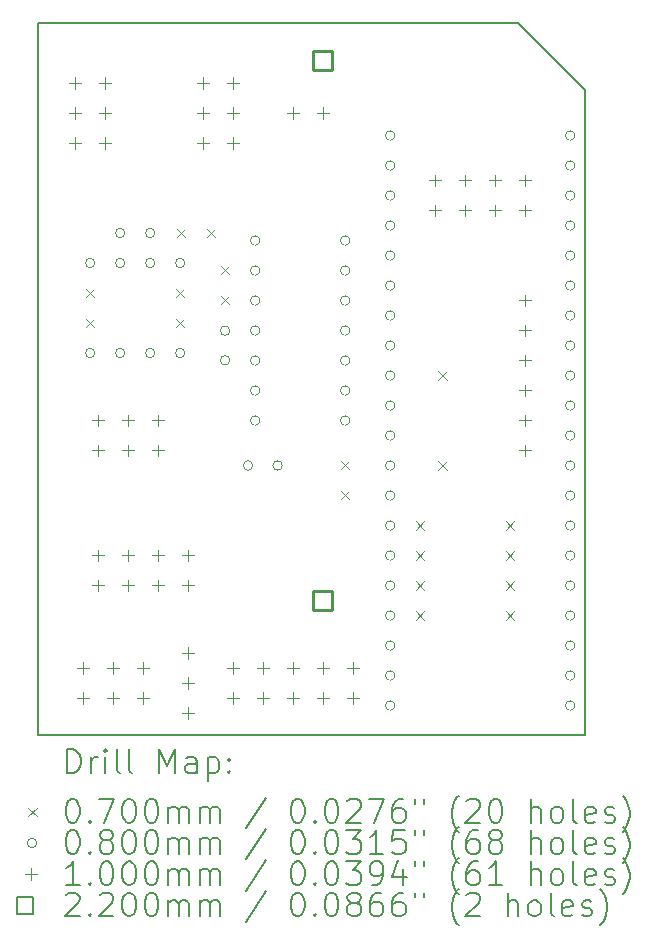
<source format=gbr>
%FSLAX45Y45*%
G04 Gerber Fmt 4.5, Leading zero omitted, Abs format (unit mm)*
G04 Created by KiCad (PCBNEW 6.0.4+dfsg-1+b1) date 2022-04-24 01:07:41*
%MOMM*%
%LPD*%
G01*
G04 APERTURE LIST*
%TA.AperFunction,Profile*%
%ADD10C,0.150000*%
%TD*%
%ADD11C,0.200000*%
%ADD12C,0.070000*%
%ADD13C,0.080000*%
%ADD14C,0.100000*%
%ADD15C,0.220000*%
G04 APERTURE END LIST*
D10*
X6096000Y-1778000D02*
X6096000Y-7239000D01*
X6096000Y-7239000D02*
X1460500Y-7239000D01*
X1460500Y-1206500D02*
X5524500Y-1206500D01*
X5524500Y-1206500D02*
X6096000Y-1778000D01*
X1460500Y-7239000D02*
X1460500Y-1206500D01*
D11*
D12*
X1870000Y-3457500D02*
X1940000Y-3527500D01*
X1940000Y-3457500D02*
X1870000Y-3527500D01*
X1870000Y-3711500D02*
X1940000Y-3781500D01*
X1940000Y-3711500D02*
X1870000Y-3781500D01*
X2632000Y-3457500D02*
X2702000Y-3527500D01*
X2702000Y-3457500D02*
X2632000Y-3527500D01*
X2632000Y-3711500D02*
X2702000Y-3781500D01*
X2702000Y-3711500D02*
X2632000Y-3781500D01*
X2637000Y-2949500D02*
X2707000Y-3019500D01*
X2707000Y-2949500D02*
X2637000Y-3019500D01*
X2891000Y-2949500D02*
X2961000Y-3019500D01*
X2961000Y-2949500D02*
X2891000Y-3019500D01*
X3013000Y-3262000D02*
X3083000Y-3332000D01*
X3083000Y-3262000D02*
X3013000Y-3332000D01*
X3013000Y-3516000D02*
X3083000Y-3586000D01*
X3083000Y-3516000D02*
X3013000Y-3586000D01*
X4029000Y-4913000D02*
X4099000Y-4983000D01*
X4099000Y-4913000D02*
X4029000Y-4983000D01*
X4029000Y-5167000D02*
X4099000Y-5237000D01*
X4099000Y-5167000D02*
X4029000Y-5237000D01*
X4664000Y-5426000D02*
X4734000Y-5496000D01*
X4734000Y-5426000D02*
X4664000Y-5496000D01*
X4664000Y-5680000D02*
X4734000Y-5750000D01*
X4734000Y-5680000D02*
X4664000Y-5750000D01*
X4664000Y-5934000D02*
X4734000Y-6004000D01*
X4734000Y-5934000D02*
X4664000Y-6004000D01*
X4664000Y-6188000D02*
X4734000Y-6258000D01*
X4734000Y-6188000D02*
X4664000Y-6258000D01*
X4854500Y-4156000D02*
X4924500Y-4226000D01*
X4924500Y-4156000D02*
X4854500Y-4226000D01*
X4854500Y-4918000D02*
X4924500Y-4988000D01*
X4924500Y-4918000D02*
X4854500Y-4988000D01*
X5426000Y-5426000D02*
X5496000Y-5496000D01*
X5496000Y-5426000D02*
X5426000Y-5496000D01*
X5426000Y-5680000D02*
X5496000Y-5750000D01*
X5496000Y-5680000D02*
X5426000Y-5750000D01*
X5426000Y-5934000D02*
X5496000Y-6004000D01*
X5496000Y-5934000D02*
X5426000Y-6004000D01*
X5426000Y-6188000D02*
X5496000Y-6258000D01*
X5496000Y-6188000D02*
X5426000Y-6258000D01*
D13*
X1945000Y-3238500D02*
G75*
G03*
X1945000Y-3238500I-40000J0D01*
G01*
X1945000Y-4000500D02*
G75*
G03*
X1945000Y-4000500I-40000J0D01*
G01*
X2199000Y-2984500D02*
G75*
G03*
X2199000Y-2984500I-40000J0D01*
G01*
X2199000Y-3238500D02*
G75*
G03*
X2199000Y-3238500I-40000J0D01*
G01*
X2199000Y-4000500D02*
G75*
G03*
X2199000Y-4000500I-40000J0D01*
G01*
X2453000Y-2984500D02*
G75*
G03*
X2453000Y-2984500I-40000J0D01*
G01*
X2453000Y-3238500D02*
G75*
G03*
X2453000Y-3238500I-40000J0D01*
G01*
X2453000Y-4000500D02*
G75*
G03*
X2453000Y-4000500I-40000J0D01*
G01*
X2707000Y-3238500D02*
G75*
G03*
X2707000Y-3238500I-40000J0D01*
G01*
X2707000Y-4000500D02*
G75*
G03*
X2707000Y-4000500I-40000J0D01*
G01*
X3088000Y-3812000D02*
G75*
G03*
X3088000Y-3812000I-40000J0D01*
G01*
X3088000Y-4062000D02*
G75*
G03*
X3088000Y-4062000I-40000J0D01*
G01*
X3282500Y-4953000D02*
G75*
G03*
X3282500Y-4953000I-40000J0D01*
G01*
X3342000Y-3048000D02*
G75*
G03*
X3342000Y-3048000I-40000J0D01*
G01*
X3342000Y-3302000D02*
G75*
G03*
X3342000Y-3302000I-40000J0D01*
G01*
X3342000Y-3556000D02*
G75*
G03*
X3342000Y-3556000I-40000J0D01*
G01*
X3342000Y-3810000D02*
G75*
G03*
X3342000Y-3810000I-40000J0D01*
G01*
X3342000Y-4064000D02*
G75*
G03*
X3342000Y-4064000I-40000J0D01*
G01*
X3342000Y-4318000D02*
G75*
G03*
X3342000Y-4318000I-40000J0D01*
G01*
X3342000Y-4572000D02*
G75*
G03*
X3342000Y-4572000I-40000J0D01*
G01*
X3532500Y-4953000D02*
G75*
G03*
X3532500Y-4953000I-40000J0D01*
G01*
X4104000Y-3048000D02*
G75*
G03*
X4104000Y-3048000I-40000J0D01*
G01*
X4104000Y-3302000D02*
G75*
G03*
X4104000Y-3302000I-40000J0D01*
G01*
X4104000Y-3556000D02*
G75*
G03*
X4104000Y-3556000I-40000J0D01*
G01*
X4104000Y-3810000D02*
G75*
G03*
X4104000Y-3810000I-40000J0D01*
G01*
X4104000Y-4064000D02*
G75*
G03*
X4104000Y-4064000I-40000J0D01*
G01*
X4104000Y-4318000D02*
G75*
G03*
X4104000Y-4318000I-40000J0D01*
G01*
X4104000Y-4572000D02*
G75*
G03*
X4104000Y-4572000I-40000J0D01*
G01*
X4485000Y-2159000D02*
G75*
G03*
X4485000Y-2159000I-40000J0D01*
G01*
X4485000Y-2413000D02*
G75*
G03*
X4485000Y-2413000I-40000J0D01*
G01*
X4485000Y-2667000D02*
G75*
G03*
X4485000Y-2667000I-40000J0D01*
G01*
X4485000Y-2921000D02*
G75*
G03*
X4485000Y-2921000I-40000J0D01*
G01*
X4485000Y-3175000D02*
G75*
G03*
X4485000Y-3175000I-40000J0D01*
G01*
X4485000Y-3429000D02*
G75*
G03*
X4485000Y-3429000I-40000J0D01*
G01*
X4485000Y-3683000D02*
G75*
G03*
X4485000Y-3683000I-40000J0D01*
G01*
X4485000Y-3937000D02*
G75*
G03*
X4485000Y-3937000I-40000J0D01*
G01*
X4485000Y-4191000D02*
G75*
G03*
X4485000Y-4191000I-40000J0D01*
G01*
X4485000Y-4445000D02*
G75*
G03*
X4485000Y-4445000I-40000J0D01*
G01*
X4485000Y-4699000D02*
G75*
G03*
X4485000Y-4699000I-40000J0D01*
G01*
X4485000Y-4953000D02*
G75*
G03*
X4485000Y-4953000I-40000J0D01*
G01*
X4485000Y-5207000D02*
G75*
G03*
X4485000Y-5207000I-40000J0D01*
G01*
X4485000Y-5461000D02*
G75*
G03*
X4485000Y-5461000I-40000J0D01*
G01*
X4485000Y-5715000D02*
G75*
G03*
X4485000Y-5715000I-40000J0D01*
G01*
X4485000Y-5969000D02*
G75*
G03*
X4485000Y-5969000I-40000J0D01*
G01*
X4485000Y-6223000D02*
G75*
G03*
X4485000Y-6223000I-40000J0D01*
G01*
X4485000Y-6477000D02*
G75*
G03*
X4485000Y-6477000I-40000J0D01*
G01*
X4485000Y-6731000D02*
G75*
G03*
X4485000Y-6731000I-40000J0D01*
G01*
X4485000Y-6985000D02*
G75*
G03*
X4485000Y-6985000I-40000J0D01*
G01*
X6009000Y-2159000D02*
G75*
G03*
X6009000Y-2159000I-40000J0D01*
G01*
X6009000Y-2413000D02*
G75*
G03*
X6009000Y-2413000I-40000J0D01*
G01*
X6009000Y-2667000D02*
G75*
G03*
X6009000Y-2667000I-40000J0D01*
G01*
X6009000Y-2921000D02*
G75*
G03*
X6009000Y-2921000I-40000J0D01*
G01*
X6009000Y-3175000D02*
G75*
G03*
X6009000Y-3175000I-40000J0D01*
G01*
X6009000Y-3429000D02*
G75*
G03*
X6009000Y-3429000I-40000J0D01*
G01*
X6009000Y-3683000D02*
G75*
G03*
X6009000Y-3683000I-40000J0D01*
G01*
X6009000Y-3937000D02*
G75*
G03*
X6009000Y-3937000I-40000J0D01*
G01*
X6009000Y-4191000D02*
G75*
G03*
X6009000Y-4191000I-40000J0D01*
G01*
X6009000Y-4445000D02*
G75*
G03*
X6009000Y-4445000I-40000J0D01*
G01*
X6009000Y-4699000D02*
G75*
G03*
X6009000Y-4699000I-40000J0D01*
G01*
X6009000Y-4953000D02*
G75*
G03*
X6009000Y-4953000I-40000J0D01*
G01*
X6009000Y-5207000D02*
G75*
G03*
X6009000Y-5207000I-40000J0D01*
G01*
X6009000Y-5461000D02*
G75*
G03*
X6009000Y-5461000I-40000J0D01*
G01*
X6009000Y-5715000D02*
G75*
G03*
X6009000Y-5715000I-40000J0D01*
G01*
X6009000Y-5969000D02*
G75*
G03*
X6009000Y-5969000I-40000J0D01*
G01*
X6009000Y-6223000D02*
G75*
G03*
X6009000Y-6223000I-40000J0D01*
G01*
X6009000Y-6477000D02*
G75*
G03*
X6009000Y-6477000I-40000J0D01*
G01*
X6009000Y-6731000D02*
G75*
G03*
X6009000Y-6731000I-40000J0D01*
G01*
X6009000Y-6985000D02*
G75*
G03*
X6009000Y-6985000I-40000J0D01*
G01*
D14*
X1778000Y-1664500D02*
X1778000Y-1764500D01*
X1728000Y-1714500D02*
X1828000Y-1714500D01*
X1778000Y-1918500D02*
X1778000Y-2018500D01*
X1728000Y-1968500D02*
X1828000Y-1968500D01*
X1778000Y-2172500D02*
X1778000Y-2272500D01*
X1728000Y-2222500D02*
X1828000Y-2222500D01*
X1843000Y-6617000D02*
X1843000Y-6717000D01*
X1793000Y-6667000D02*
X1893000Y-6667000D01*
X1843000Y-6871000D02*
X1843000Y-6971000D01*
X1793000Y-6921000D02*
X1893000Y-6921000D01*
X1968500Y-4522000D02*
X1968500Y-4622000D01*
X1918500Y-4572000D02*
X2018500Y-4572000D01*
X1968500Y-4776000D02*
X1968500Y-4876000D01*
X1918500Y-4826000D02*
X2018500Y-4826000D01*
X1968500Y-5665000D02*
X1968500Y-5765000D01*
X1918500Y-5715000D02*
X2018500Y-5715000D01*
X1968500Y-5919000D02*
X1968500Y-6019000D01*
X1918500Y-5969000D02*
X2018500Y-5969000D01*
X2032000Y-1664500D02*
X2032000Y-1764500D01*
X1982000Y-1714500D02*
X2082000Y-1714500D01*
X2032000Y-1918500D02*
X2032000Y-2018500D01*
X1982000Y-1968500D02*
X2082000Y-1968500D01*
X2032000Y-2172500D02*
X2032000Y-2272500D01*
X1982000Y-2222500D02*
X2082000Y-2222500D01*
X2097000Y-6617000D02*
X2097000Y-6717000D01*
X2047000Y-6667000D02*
X2147000Y-6667000D01*
X2097000Y-6871000D02*
X2097000Y-6971000D01*
X2047000Y-6921000D02*
X2147000Y-6921000D01*
X2222500Y-4522000D02*
X2222500Y-4622000D01*
X2172500Y-4572000D02*
X2272500Y-4572000D01*
X2222500Y-4776000D02*
X2222500Y-4876000D01*
X2172500Y-4826000D02*
X2272500Y-4826000D01*
X2222500Y-5665000D02*
X2222500Y-5765000D01*
X2172500Y-5715000D02*
X2272500Y-5715000D01*
X2222500Y-5919000D02*
X2222500Y-6019000D01*
X2172500Y-5969000D02*
X2272500Y-5969000D01*
X2351000Y-6617000D02*
X2351000Y-6717000D01*
X2301000Y-6667000D02*
X2401000Y-6667000D01*
X2351000Y-6871000D02*
X2351000Y-6971000D01*
X2301000Y-6921000D02*
X2401000Y-6921000D01*
X2476500Y-4522000D02*
X2476500Y-4622000D01*
X2426500Y-4572000D02*
X2526500Y-4572000D01*
X2476500Y-4776000D02*
X2476500Y-4876000D01*
X2426500Y-4826000D02*
X2526500Y-4826000D01*
X2476500Y-5665000D02*
X2476500Y-5765000D01*
X2426500Y-5715000D02*
X2526500Y-5715000D01*
X2476500Y-5919000D02*
X2476500Y-6019000D01*
X2426500Y-5969000D02*
X2526500Y-5969000D01*
X2730500Y-5665000D02*
X2730500Y-5765000D01*
X2680500Y-5715000D02*
X2780500Y-5715000D01*
X2730500Y-5919000D02*
X2730500Y-6019000D01*
X2680500Y-5969000D02*
X2780500Y-5969000D01*
X2730500Y-6490500D02*
X2730500Y-6590500D01*
X2680500Y-6540500D02*
X2780500Y-6540500D01*
X2730500Y-6744500D02*
X2730500Y-6844500D01*
X2680500Y-6794500D02*
X2780500Y-6794500D01*
X2730500Y-6998500D02*
X2730500Y-7098500D01*
X2680500Y-7048500D02*
X2780500Y-7048500D01*
X2857500Y-1664500D02*
X2857500Y-1764500D01*
X2807500Y-1714500D02*
X2907500Y-1714500D01*
X2857500Y-1918500D02*
X2857500Y-2018500D01*
X2807500Y-1968500D02*
X2907500Y-1968500D01*
X2857500Y-2172500D02*
X2857500Y-2272500D01*
X2807500Y-2222500D02*
X2907500Y-2222500D01*
X3111500Y-1664500D02*
X3111500Y-1764500D01*
X3061500Y-1714500D02*
X3161500Y-1714500D01*
X3111500Y-1918500D02*
X3111500Y-2018500D01*
X3061500Y-1968500D02*
X3161500Y-1968500D01*
X3111500Y-2172500D02*
X3111500Y-2272500D01*
X3061500Y-2222500D02*
X3161500Y-2222500D01*
X3111500Y-6617500D02*
X3111500Y-6717500D01*
X3061500Y-6667500D02*
X3161500Y-6667500D01*
X3111500Y-6871500D02*
X3111500Y-6971500D01*
X3061500Y-6921500D02*
X3161500Y-6921500D01*
X3365500Y-6617500D02*
X3365500Y-6717500D01*
X3315500Y-6667500D02*
X3415500Y-6667500D01*
X3365500Y-6871500D02*
X3365500Y-6971500D01*
X3315500Y-6921500D02*
X3415500Y-6921500D01*
X3619500Y-1918500D02*
X3619500Y-2018500D01*
X3569500Y-1968500D02*
X3669500Y-1968500D01*
X3619500Y-6617500D02*
X3619500Y-6717500D01*
X3569500Y-6667500D02*
X3669500Y-6667500D01*
X3619500Y-6871500D02*
X3619500Y-6971500D01*
X3569500Y-6921500D02*
X3669500Y-6921500D01*
X3873500Y-1918500D02*
X3873500Y-2018500D01*
X3823500Y-1968500D02*
X3923500Y-1968500D01*
X3873500Y-6617500D02*
X3873500Y-6717500D01*
X3823500Y-6667500D02*
X3923500Y-6667500D01*
X3873500Y-6871500D02*
X3873500Y-6971500D01*
X3823500Y-6921500D02*
X3923500Y-6921500D01*
X4127500Y-6617500D02*
X4127500Y-6717500D01*
X4077500Y-6667500D02*
X4177500Y-6667500D01*
X4127500Y-6871500D02*
X4127500Y-6971500D01*
X4077500Y-6921500D02*
X4177500Y-6921500D01*
X4826000Y-2490000D02*
X4826000Y-2590000D01*
X4776000Y-2540000D02*
X4876000Y-2540000D01*
X4826000Y-2744000D02*
X4826000Y-2844000D01*
X4776000Y-2794000D02*
X4876000Y-2794000D01*
X5080000Y-2490000D02*
X5080000Y-2590000D01*
X5030000Y-2540000D02*
X5130000Y-2540000D01*
X5080000Y-2744000D02*
X5080000Y-2844000D01*
X5030000Y-2794000D02*
X5130000Y-2794000D01*
X5334000Y-2490000D02*
X5334000Y-2590000D01*
X5284000Y-2540000D02*
X5384000Y-2540000D01*
X5334000Y-2744000D02*
X5334000Y-2844000D01*
X5284000Y-2794000D02*
X5384000Y-2794000D01*
X5588000Y-2490000D02*
X5588000Y-2590000D01*
X5538000Y-2540000D02*
X5638000Y-2540000D01*
X5588000Y-2744000D02*
X5588000Y-2844000D01*
X5538000Y-2794000D02*
X5638000Y-2794000D01*
X5588000Y-3506000D02*
X5588000Y-3606000D01*
X5538000Y-3556000D02*
X5638000Y-3556000D01*
X5588000Y-3760000D02*
X5588000Y-3860000D01*
X5538000Y-3810000D02*
X5638000Y-3810000D01*
X5588000Y-4014000D02*
X5588000Y-4114000D01*
X5538000Y-4064000D02*
X5638000Y-4064000D01*
X5588000Y-4268000D02*
X5588000Y-4368000D01*
X5538000Y-4318000D02*
X5638000Y-4318000D01*
X5588000Y-4522000D02*
X5588000Y-4622000D01*
X5538000Y-4572000D02*
X5638000Y-4572000D01*
X5588000Y-4776000D02*
X5588000Y-4876000D01*
X5538000Y-4826000D02*
X5638000Y-4826000D01*
D15*
X3951282Y-1601782D02*
X3951282Y-1446217D01*
X3795717Y-1446217D01*
X3795717Y-1601782D01*
X3951282Y-1601782D01*
X3951282Y-6173782D02*
X3951282Y-6018217D01*
X3795717Y-6018217D01*
X3795717Y-6173782D01*
X3951282Y-6173782D01*
D11*
X1710619Y-7556976D02*
X1710619Y-7356976D01*
X1758238Y-7356976D01*
X1786809Y-7366500D01*
X1805857Y-7385548D01*
X1815381Y-7404595D01*
X1824905Y-7442690D01*
X1824905Y-7471262D01*
X1815381Y-7509357D01*
X1805857Y-7528405D01*
X1786809Y-7547452D01*
X1758238Y-7556976D01*
X1710619Y-7556976D01*
X1910619Y-7556976D02*
X1910619Y-7423643D01*
X1910619Y-7461738D02*
X1920143Y-7442690D01*
X1929667Y-7433167D01*
X1948714Y-7423643D01*
X1967762Y-7423643D01*
X2034428Y-7556976D02*
X2034428Y-7423643D01*
X2034428Y-7356976D02*
X2024905Y-7366500D01*
X2034428Y-7376024D01*
X2043952Y-7366500D01*
X2034428Y-7356976D01*
X2034428Y-7376024D01*
X2158238Y-7556976D02*
X2139190Y-7547452D01*
X2129667Y-7528405D01*
X2129667Y-7356976D01*
X2263000Y-7556976D02*
X2243952Y-7547452D01*
X2234429Y-7528405D01*
X2234429Y-7356976D01*
X2491571Y-7556976D02*
X2491571Y-7356976D01*
X2558238Y-7499833D01*
X2624905Y-7356976D01*
X2624905Y-7556976D01*
X2805857Y-7556976D02*
X2805857Y-7452214D01*
X2796333Y-7433167D01*
X2777286Y-7423643D01*
X2739190Y-7423643D01*
X2720143Y-7433167D01*
X2805857Y-7547452D02*
X2786810Y-7556976D01*
X2739190Y-7556976D01*
X2720143Y-7547452D01*
X2710619Y-7528405D01*
X2710619Y-7509357D01*
X2720143Y-7490309D01*
X2739190Y-7480786D01*
X2786810Y-7480786D01*
X2805857Y-7471262D01*
X2901095Y-7423643D02*
X2901095Y-7623643D01*
X2901095Y-7433167D02*
X2920143Y-7423643D01*
X2958238Y-7423643D01*
X2977286Y-7433167D01*
X2986809Y-7442690D01*
X2996333Y-7461738D01*
X2996333Y-7518881D01*
X2986809Y-7537928D01*
X2977286Y-7547452D01*
X2958238Y-7556976D01*
X2920143Y-7556976D01*
X2901095Y-7547452D01*
X3082048Y-7537928D02*
X3091571Y-7547452D01*
X3082048Y-7556976D01*
X3072524Y-7547452D01*
X3082048Y-7537928D01*
X3082048Y-7556976D01*
X3082048Y-7433167D02*
X3091571Y-7442690D01*
X3082048Y-7452214D01*
X3072524Y-7442690D01*
X3082048Y-7433167D01*
X3082048Y-7452214D01*
D12*
X1383000Y-7851500D02*
X1453000Y-7921500D01*
X1453000Y-7851500D02*
X1383000Y-7921500D01*
D11*
X1748714Y-7776976D02*
X1767762Y-7776976D01*
X1786809Y-7786500D01*
X1796333Y-7796024D01*
X1805857Y-7815071D01*
X1815381Y-7853167D01*
X1815381Y-7900786D01*
X1805857Y-7938881D01*
X1796333Y-7957928D01*
X1786809Y-7967452D01*
X1767762Y-7976976D01*
X1748714Y-7976976D01*
X1729667Y-7967452D01*
X1720143Y-7957928D01*
X1710619Y-7938881D01*
X1701095Y-7900786D01*
X1701095Y-7853167D01*
X1710619Y-7815071D01*
X1720143Y-7796024D01*
X1729667Y-7786500D01*
X1748714Y-7776976D01*
X1901095Y-7957928D02*
X1910619Y-7967452D01*
X1901095Y-7976976D01*
X1891571Y-7967452D01*
X1901095Y-7957928D01*
X1901095Y-7976976D01*
X1977286Y-7776976D02*
X2110619Y-7776976D01*
X2024905Y-7976976D01*
X2224905Y-7776976D02*
X2243952Y-7776976D01*
X2263000Y-7786500D01*
X2272524Y-7796024D01*
X2282048Y-7815071D01*
X2291571Y-7853167D01*
X2291571Y-7900786D01*
X2282048Y-7938881D01*
X2272524Y-7957928D01*
X2263000Y-7967452D01*
X2243952Y-7976976D01*
X2224905Y-7976976D01*
X2205857Y-7967452D01*
X2196333Y-7957928D01*
X2186810Y-7938881D01*
X2177286Y-7900786D01*
X2177286Y-7853167D01*
X2186810Y-7815071D01*
X2196333Y-7796024D01*
X2205857Y-7786500D01*
X2224905Y-7776976D01*
X2415381Y-7776976D02*
X2434429Y-7776976D01*
X2453476Y-7786500D01*
X2463000Y-7796024D01*
X2472524Y-7815071D01*
X2482048Y-7853167D01*
X2482048Y-7900786D01*
X2472524Y-7938881D01*
X2463000Y-7957928D01*
X2453476Y-7967452D01*
X2434429Y-7976976D01*
X2415381Y-7976976D01*
X2396333Y-7967452D01*
X2386810Y-7957928D01*
X2377286Y-7938881D01*
X2367762Y-7900786D01*
X2367762Y-7853167D01*
X2377286Y-7815071D01*
X2386810Y-7796024D01*
X2396333Y-7786500D01*
X2415381Y-7776976D01*
X2567762Y-7976976D02*
X2567762Y-7843643D01*
X2567762Y-7862690D02*
X2577286Y-7853167D01*
X2596333Y-7843643D01*
X2624905Y-7843643D01*
X2643952Y-7853167D01*
X2653476Y-7872214D01*
X2653476Y-7976976D01*
X2653476Y-7872214D02*
X2663000Y-7853167D01*
X2682048Y-7843643D01*
X2710619Y-7843643D01*
X2729667Y-7853167D01*
X2739190Y-7872214D01*
X2739190Y-7976976D01*
X2834428Y-7976976D02*
X2834428Y-7843643D01*
X2834428Y-7862690D02*
X2843952Y-7853167D01*
X2863000Y-7843643D01*
X2891571Y-7843643D01*
X2910619Y-7853167D01*
X2920143Y-7872214D01*
X2920143Y-7976976D01*
X2920143Y-7872214D02*
X2929667Y-7853167D01*
X2948714Y-7843643D01*
X2977286Y-7843643D01*
X2996333Y-7853167D01*
X3005857Y-7872214D01*
X3005857Y-7976976D01*
X3396333Y-7767452D02*
X3224905Y-8024595D01*
X3653476Y-7776976D02*
X3672524Y-7776976D01*
X3691571Y-7786500D01*
X3701095Y-7796024D01*
X3710619Y-7815071D01*
X3720143Y-7853167D01*
X3720143Y-7900786D01*
X3710619Y-7938881D01*
X3701095Y-7957928D01*
X3691571Y-7967452D01*
X3672524Y-7976976D01*
X3653476Y-7976976D01*
X3634428Y-7967452D01*
X3624905Y-7957928D01*
X3615381Y-7938881D01*
X3605857Y-7900786D01*
X3605857Y-7853167D01*
X3615381Y-7815071D01*
X3624905Y-7796024D01*
X3634428Y-7786500D01*
X3653476Y-7776976D01*
X3805857Y-7957928D02*
X3815381Y-7967452D01*
X3805857Y-7976976D01*
X3796333Y-7967452D01*
X3805857Y-7957928D01*
X3805857Y-7976976D01*
X3939190Y-7776976D02*
X3958238Y-7776976D01*
X3977286Y-7786500D01*
X3986809Y-7796024D01*
X3996333Y-7815071D01*
X4005857Y-7853167D01*
X4005857Y-7900786D01*
X3996333Y-7938881D01*
X3986809Y-7957928D01*
X3977286Y-7967452D01*
X3958238Y-7976976D01*
X3939190Y-7976976D01*
X3920143Y-7967452D01*
X3910619Y-7957928D01*
X3901095Y-7938881D01*
X3891571Y-7900786D01*
X3891571Y-7853167D01*
X3901095Y-7815071D01*
X3910619Y-7796024D01*
X3920143Y-7786500D01*
X3939190Y-7776976D01*
X4082048Y-7796024D02*
X4091571Y-7786500D01*
X4110619Y-7776976D01*
X4158238Y-7776976D01*
X4177286Y-7786500D01*
X4186809Y-7796024D01*
X4196333Y-7815071D01*
X4196333Y-7834119D01*
X4186809Y-7862690D01*
X4072524Y-7976976D01*
X4196333Y-7976976D01*
X4263000Y-7776976D02*
X4396333Y-7776976D01*
X4310619Y-7976976D01*
X4558238Y-7776976D02*
X4520143Y-7776976D01*
X4501095Y-7786500D01*
X4491571Y-7796024D01*
X4472524Y-7824595D01*
X4463000Y-7862690D01*
X4463000Y-7938881D01*
X4472524Y-7957928D01*
X4482048Y-7967452D01*
X4501095Y-7976976D01*
X4539190Y-7976976D01*
X4558238Y-7967452D01*
X4567762Y-7957928D01*
X4577286Y-7938881D01*
X4577286Y-7891262D01*
X4567762Y-7872214D01*
X4558238Y-7862690D01*
X4539190Y-7853167D01*
X4501095Y-7853167D01*
X4482048Y-7862690D01*
X4472524Y-7872214D01*
X4463000Y-7891262D01*
X4653476Y-7776976D02*
X4653476Y-7815071D01*
X4729667Y-7776976D02*
X4729667Y-7815071D01*
X5024905Y-8053167D02*
X5015381Y-8043643D01*
X4996333Y-8015071D01*
X4986810Y-7996024D01*
X4977286Y-7967452D01*
X4967762Y-7919833D01*
X4967762Y-7881738D01*
X4977286Y-7834119D01*
X4986810Y-7805548D01*
X4996333Y-7786500D01*
X5015381Y-7757928D01*
X5024905Y-7748405D01*
X5091571Y-7796024D02*
X5101095Y-7786500D01*
X5120143Y-7776976D01*
X5167762Y-7776976D01*
X5186810Y-7786500D01*
X5196333Y-7796024D01*
X5205857Y-7815071D01*
X5205857Y-7834119D01*
X5196333Y-7862690D01*
X5082048Y-7976976D01*
X5205857Y-7976976D01*
X5329667Y-7776976D02*
X5348714Y-7776976D01*
X5367762Y-7786500D01*
X5377286Y-7796024D01*
X5386810Y-7815071D01*
X5396333Y-7853167D01*
X5396333Y-7900786D01*
X5386810Y-7938881D01*
X5377286Y-7957928D01*
X5367762Y-7967452D01*
X5348714Y-7976976D01*
X5329667Y-7976976D01*
X5310619Y-7967452D01*
X5301095Y-7957928D01*
X5291571Y-7938881D01*
X5282048Y-7900786D01*
X5282048Y-7853167D01*
X5291571Y-7815071D01*
X5301095Y-7796024D01*
X5310619Y-7786500D01*
X5329667Y-7776976D01*
X5634428Y-7976976D02*
X5634428Y-7776976D01*
X5720143Y-7976976D02*
X5720143Y-7872214D01*
X5710619Y-7853167D01*
X5691571Y-7843643D01*
X5663000Y-7843643D01*
X5643952Y-7853167D01*
X5634428Y-7862690D01*
X5843952Y-7976976D02*
X5824905Y-7967452D01*
X5815381Y-7957928D01*
X5805857Y-7938881D01*
X5805857Y-7881738D01*
X5815381Y-7862690D01*
X5824905Y-7853167D01*
X5843952Y-7843643D01*
X5872524Y-7843643D01*
X5891571Y-7853167D01*
X5901095Y-7862690D01*
X5910619Y-7881738D01*
X5910619Y-7938881D01*
X5901095Y-7957928D01*
X5891571Y-7967452D01*
X5872524Y-7976976D01*
X5843952Y-7976976D01*
X6024905Y-7976976D02*
X6005857Y-7967452D01*
X5996333Y-7948405D01*
X5996333Y-7776976D01*
X6177286Y-7967452D02*
X6158238Y-7976976D01*
X6120143Y-7976976D01*
X6101095Y-7967452D01*
X6091571Y-7948405D01*
X6091571Y-7872214D01*
X6101095Y-7853167D01*
X6120143Y-7843643D01*
X6158238Y-7843643D01*
X6177286Y-7853167D01*
X6186809Y-7872214D01*
X6186809Y-7891262D01*
X6091571Y-7910309D01*
X6263000Y-7967452D02*
X6282048Y-7976976D01*
X6320143Y-7976976D01*
X6339190Y-7967452D01*
X6348714Y-7948405D01*
X6348714Y-7938881D01*
X6339190Y-7919833D01*
X6320143Y-7910309D01*
X6291571Y-7910309D01*
X6272524Y-7900786D01*
X6263000Y-7881738D01*
X6263000Y-7872214D01*
X6272524Y-7853167D01*
X6291571Y-7843643D01*
X6320143Y-7843643D01*
X6339190Y-7853167D01*
X6415381Y-8053167D02*
X6424905Y-8043643D01*
X6443952Y-8015071D01*
X6453476Y-7996024D01*
X6463000Y-7967452D01*
X6472524Y-7919833D01*
X6472524Y-7881738D01*
X6463000Y-7834119D01*
X6453476Y-7805548D01*
X6443952Y-7786500D01*
X6424905Y-7757928D01*
X6415381Y-7748405D01*
D13*
X1453000Y-8150500D02*
G75*
G03*
X1453000Y-8150500I-40000J0D01*
G01*
D11*
X1748714Y-8040976D02*
X1767762Y-8040976D01*
X1786809Y-8050500D01*
X1796333Y-8060024D01*
X1805857Y-8079071D01*
X1815381Y-8117167D01*
X1815381Y-8164786D01*
X1805857Y-8202881D01*
X1796333Y-8221928D01*
X1786809Y-8231452D01*
X1767762Y-8240976D01*
X1748714Y-8240976D01*
X1729667Y-8231452D01*
X1720143Y-8221928D01*
X1710619Y-8202881D01*
X1701095Y-8164786D01*
X1701095Y-8117167D01*
X1710619Y-8079071D01*
X1720143Y-8060024D01*
X1729667Y-8050500D01*
X1748714Y-8040976D01*
X1901095Y-8221928D02*
X1910619Y-8231452D01*
X1901095Y-8240976D01*
X1891571Y-8231452D01*
X1901095Y-8221928D01*
X1901095Y-8240976D01*
X2024905Y-8126690D02*
X2005857Y-8117167D01*
X1996333Y-8107643D01*
X1986809Y-8088595D01*
X1986809Y-8079071D01*
X1996333Y-8060024D01*
X2005857Y-8050500D01*
X2024905Y-8040976D01*
X2063000Y-8040976D01*
X2082048Y-8050500D01*
X2091571Y-8060024D01*
X2101095Y-8079071D01*
X2101095Y-8088595D01*
X2091571Y-8107643D01*
X2082048Y-8117167D01*
X2063000Y-8126690D01*
X2024905Y-8126690D01*
X2005857Y-8136214D01*
X1996333Y-8145738D01*
X1986809Y-8164786D01*
X1986809Y-8202881D01*
X1996333Y-8221928D01*
X2005857Y-8231452D01*
X2024905Y-8240976D01*
X2063000Y-8240976D01*
X2082048Y-8231452D01*
X2091571Y-8221928D01*
X2101095Y-8202881D01*
X2101095Y-8164786D01*
X2091571Y-8145738D01*
X2082048Y-8136214D01*
X2063000Y-8126690D01*
X2224905Y-8040976D02*
X2243952Y-8040976D01*
X2263000Y-8050500D01*
X2272524Y-8060024D01*
X2282048Y-8079071D01*
X2291571Y-8117167D01*
X2291571Y-8164786D01*
X2282048Y-8202881D01*
X2272524Y-8221928D01*
X2263000Y-8231452D01*
X2243952Y-8240976D01*
X2224905Y-8240976D01*
X2205857Y-8231452D01*
X2196333Y-8221928D01*
X2186810Y-8202881D01*
X2177286Y-8164786D01*
X2177286Y-8117167D01*
X2186810Y-8079071D01*
X2196333Y-8060024D01*
X2205857Y-8050500D01*
X2224905Y-8040976D01*
X2415381Y-8040976D02*
X2434429Y-8040976D01*
X2453476Y-8050500D01*
X2463000Y-8060024D01*
X2472524Y-8079071D01*
X2482048Y-8117167D01*
X2482048Y-8164786D01*
X2472524Y-8202881D01*
X2463000Y-8221928D01*
X2453476Y-8231452D01*
X2434429Y-8240976D01*
X2415381Y-8240976D01*
X2396333Y-8231452D01*
X2386810Y-8221928D01*
X2377286Y-8202881D01*
X2367762Y-8164786D01*
X2367762Y-8117167D01*
X2377286Y-8079071D01*
X2386810Y-8060024D01*
X2396333Y-8050500D01*
X2415381Y-8040976D01*
X2567762Y-8240976D02*
X2567762Y-8107643D01*
X2567762Y-8126690D02*
X2577286Y-8117167D01*
X2596333Y-8107643D01*
X2624905Y-8107643D01*
X2643952Y-8117167D01*
X2653476Y-8136214D01*
X2653476Y-8240976D01*
X2653476Y-8136214D02*
X2663000Y-8117167D01*
X2682048Y-8107643D01*
X2710619Y-8107643D01*
X2729667Y-8117167D01*
X2739190Y-8136214D01*
X2739190Y-8240976D01*
X2834428Y-8240976D02*
X2834428Y-8107643D01*
X2834428Y-8126690D02*
X2843952Y-8117167D01*
X2863000Y-8107643D01*
X2891571Y-8107643D01*
X2910619Y-8117167D01*
X2920143Y-8136214D01*
X2920143Y-8240976D01*
X2920143Y-8136214D02*
X2929667Y-8117167D01*
X2948714Y-8107643D01*
X2977286Y-8107643D01*
X2996333Y-8117167D01*
X3005857Y-8136214D01*
X3005857Y-8240976D01*
X3396333Y-8031452D02*
X3224905Y-8288595D01*
X3653476Y-8040976D02*
X3672524Y-8040976D01*
X3691571Y-8050500D01*
X3701095Y-8060024D01*
X3710619Y-8079071D01*
X3720143Y-8117167D01*
X3720143Y-8164786D01*
X3710619Y-8202881D01*
X3701095Y-8221928D01*
X3691571Y-8231452D01*
X3672524Y-8240976D01*
X3653476Y-8240976D01*
X3634428Y-8231452D01*
X3624905Y-8221928D01*
X3615381Y-8202881D01*
X3605857Y-8164786D01*
X3605857Y-8117167D01*
X3615381Y-8079071D01*
X3624905Y-8060024D01*
X3634428Y-8050500D01*
X3653476Y-8040976D01*
X3805857Y-8221928D02*
X3815381Y-8231452D01*
X3805857Y-8240976D01*
X3796333Y-8231452D01*
X3805857Y-8221928D01*
X3805857Y-8240976D01*
X3939190Y-8040976D02*
X3958238Y-8040976D01*
X3977286Y-8050500D01*
X3986809Y-8060024D01*
X3996333Y-8079071D01*
X4005857Y-8117167D01*
X4005857Y-8164786D01*
X3996333Y-8202881D01*
X3986809Y-8221928D01*
X3977286Y-8231452D01*
X3958238Y-8240976D01*
X3939190Y-8240976D01*
X3920143Y-8231452D01*
X3910619Y-8221928D01*
X3901095Y-8202881D01*
X3891571Y-8164786D01*
X3891571Y-8117167D01*
X3901095Y-8079071D01*
X3910619Y-8060024D01*
X3920143Y-8050500D01*
X3939190Y-8040976D01*
X4072524Y-8040976D02*
X4196333Y-8040976D01*
X4129667Y-8117167D01*
X4158238Y-8117167D01*
X4177286Y-8126690D01*
X4186809Y-8136214D01*
X4196333Y-8155262D01*
X4196333Y-8202881D01*
X4186809Y-8221928D01*
X4177286Y-8231452D01*
X4158238Y-8240976D01*
X4101095Y-8240976D01*
X4082048Y-8231452D01*
X4072524Y-8221928D01*
X4386810Y-8240976D02*
X4272524Y-8240976D01*
X4329667Y-8240976D02*
X4329667Y-8040976D01*
X4310619Y-8069548D01*
X4291571Y-8088595D01*
X4272524Y-8098119D01*
X4567762Y-8040976D02*
X4472524Y-8040976D01*
X4463000Y-8136214D01*
X4472524Y-8126690D01*
X4491571Y-8117167D01*
X4539190Y-8117167D01*
X4558238Y-8126690D01*
X4567762Y-8136214D01*
X4577286Y-8155262D01*
X4577286Y-8202881D01*
X4567762Y-8221928D01*
X4558238Y-8231452D01*
X4539190Y-8240976D01*
X4491571Y-8240976D01*
X4472524Y-8231452D01*
X4463000Y-8221928D01*
X4653476Y-8040976D02*
X4653476Y-8079071D01*
X4729667Y-8040976D02*
X4729667Y-8079071D01*
X5024905Y-8317167D02*
X5015381Y-8307643D01*
X4996333Y-8279071D01*
X4986810Y-8260024D01*
X4977286Y-8231452D01*
X4967762Y-8183833D01*
X4967762Y-8145738D01*
X4977286Y-8098119D01*
X4986810Y-8069548D01*
X4996333Y-8050500D01*
X5015381Y-8021928D01*
X5024905Y-8012405D01*
X5186810Y-8040976D02*
X5148714Y-8040976D01*
X5129667Y-8050500D01*
X5120143Y-8060024D01*
X5101095Y-8088595D01*
X5091571Y-8126690D01*
X5091571Y-8202881D01*
X5101095Y-8221928D01*
X5110619Y-8231452D01*
X5129667Y-8240976D01*
X5167762Y-8240976D01*
X5186810Y-8231452D01*
X5196333Y-8221928D01*
X5205857Y-8202881D01*
X5205857Y-8155262D01*
X5196333Y-8136214D01*
X5186810Y-8126690D01*
X5167762Y-8117167D01*
X5129667Y-8117167D01*
X5110619Y-8126690D01*
X5101095Y-8136214D01*
X5091571Y-8155262D01*
X5320143Y-8126690D02*
X5301095Y-8117167D01*
X5291571Y-8107643D01*
X5282048Y-8088595D01*
X5282048Y-8079071D01*
X5291571Y-8060024D01*
X5301095Y-8050500D01*
X5320143Y-8040976D01*
X5358238Y-8040976D01*
X5377286Y-8050500D01*
X5386810Y-8060024D01*
X5396333Y-8079071D01*
X5396333Y-8088595D01*
X5386810Y-8107643D01*
X5377286Y-8117167D01*
X5358238Y-8126690D01*
X5320143Y-8126690D01*
X5301095Y-8136214D01*
X5291571Y-8145738D01*
X5282048Y-8164786D01*
X5282048Y-8202881D01*
X5291571Y-8221928D01*
X5301095Y-8231452D01*
X5320143Y-8240976D01*
X5358238Y-8240976D01*
X5377286Y-8231452D01*
X5386810Y-8221928D01*
X5396333Y-8202881D01*
X5396333Y-8164786D01*
X5386810Y-8145738D01*
X5377286Y-8136214D01*
X5358238Y-8126690D01*
X5634428Y-8240976D02*
X5634428Y-8040976D01*
X5720143Y-8240976D02*
X5720143Y-8136214D01*
X5710619Y-8117167D01*
X5691571Y-8107643D01*
X5663000Y-8107643D01*
X5643952Y-8117167D01*
X5634428Y-8126690D01*
X5843952Y-8240976D02*
X5824905Y-8231452D01*
X5815381Y-8221928D01*
X5805857Y-8202881D01*
X5805857Y-8145738D01*
X5815381Y-8126690D01*
X5824905Y-8117167D01*
X5843952Y-8107643D01*
X5872524Y-8107643D01*
X5891571Y-8117167D01*
X5901095Y-8126690D01*
X5910619Y-8145738D01*
X5910619Y-8202881D01*
X5901095Y-8221928D01*
X5891571Y-8231452D01*
X5872524Y-8240976D01*
X5843952Y-8240976D01*
X6024905Y-8240976D02*
X6005857Y-8231452D01*
X5996333Y-8212405D01*
X5996333Y-8040976D01*
X6177286Y-8231452D02*
X6158238Y-8240976D01*
X6120143Y-8240976D01*
X6101095Y-8231452D01*
X6091571Y-8212405D01*
X6091571Y-8136214D01*
X6101095Y-8117167D01*
X6120143Y-8107643D01*
X6158238Y-8107643D01*
X6177286Y-8117167D01*
X6186809Y-8136214D01*
X6186809Y-8155262D01*
X6091571Y-8174309D01*
X6263000Y-8231452D02*
X6282048Y-8240976D01*
X6320143Y-8240976D01*
X6339190Y-8231452D01*
X6348714Y-8212405D01*
X6348714Y-8202881D01*
X6339190Y-8183833D01*
X6320143Y-8174309D01*
X6291571Y-8174309D01*
X6272524Y-8164786D01*
X6263000Y-8145738D01*
X6263000Y-8136214D01*
X6272524Y-8117167D01*
X6291571Y-8107643D01*
X6320143Y-8107643D01*
X6339190Y-8117167D01*
X6415381Y-8317167D02*
X6424905Y-8307643D01*
X6443952Y-8279071D01*
X6453476Y-8260024D01*
X6463000Y-8231452D01*
X6472524Y-8183833D01*
X6472524Y-8145738D01*
X6463000Y-8098119D01*
X6453476Y-8069548D01*
X6443952Y-8050500D01*
X6424905Y-8021928D01*
X6415381Y-8012405D01*
D14*
X1403000Y-8364500D02*
X1403000Y-8464500D01*
X1353000Y-8414500D02*
X1453000Y-8414500D01*
D11*
X1815381Y-8504976D02*
X1701095Y-8504976D01*
X1758238Y-8504976D02*
X1758238Y-8304976D01*
X1739190Y-8333548D01*
X1720143Y-8352595D01*
X1701095Y-8362119D01*
X1901095Y-8485929D02*
X1910619Y-8495452D01*
X1901095Y-8504976D01*
X1891571Y-8495452D01*
X1901095Y-8485929D01*
X1901095Y-8504976D01*
X2034428Y-8304976D02*
X2053476Y-8304976D01*
X2072524Y-8314500D01*
X2082048Y-8324024D01*
X2091571Y-8343071D01*
X2101095Y-8381167D01*
X2101095Y-8428786D01*
X2091571Y-8466881D01*
X2082048Y-8485929D01*
X2072524Y-8495452D01*
X2053476Y-8504976D01*
X2034428Y-8504976D01*
X2015381Y-8495452D01*
X2005857Y-8485929D01*
X1996333Y-8466881D01*
X1986809Y-8428786D01*
X1986809Y-8381167D01*
X1996333Y-8343071D01*
X2005857Y-8324024D01*
X2015381Y-8314500D01*
X2034428Y-8304976D01*
X2224905Y-8304976D02*
X2243952Y-8304976D01*
X2263000Y-8314500D01*
X2272524Y-8324024D01*
X2282048Y-8343071D01*
X2291571Y-8381167D01*
X2291571Y-8428786D01*
X2282048Y-8466881D01*
X2272524Y-8485929D01*
X2263000Y-8495452D01*
X2243952Y-8504976D01*
X2224905Y-8504976D01*
X2205857Y-8495452D01*
X2196333Y-8485929D01*
X2186810Y-8466881D01*
X2177286Y-8428786D01*
X2177286Y-8381167D01*
X2186810Y-8343071D01*
X2196333Y-8324024D01*
X2205857Y-8314500D01*
X2224905Y-8304976D01*
X2415381Y-8304976D02*
X2434429Y-8304976D01*
X2453476Y-8314500D01*
X2463000Y-8324024D01*
X2472524Y-8343071D01*
X2482048Y-8381167D01*
X2482048Y-8428786D01*
X2472524Y-8466881D01*
X2463000Y-8485929D01*
X2453476Y-8495452D01*
X2434429Y-8504976D01*
X2415381Y-8504976D01*
X2396333Y-8495452D01*
X2386810Y-8485929D01*
X2377286Y-8466881D01*
X2367762Y-8428786D01*
X2367762Y-8381167D01*
X2377286Y-8343071D01*
X2386810Y-8324024D01*
X2396333Y-8314500D01*
X2415381Y-8304976D01*
X2567762Y-8504976D02*
X2567762Y-8371643D01*
X2567762Y-8390690D02*
X2577286Y-8381167D01*
X2596333Y-8371643D01*
X2624905Y-8371643D01*
X2643952Y-8381167D01*
X2653476Y-8400214D01*
X2653476Y-8504976D01*
X2653476Y-8400214D02*
X2663000Y-8381167D01*
X2682048Y-8371643D01*
X2710619Y-8371643D01*
X2729667Y-8381167D01*
X2739190Y-8400214D01*
X2739190Y-8504976D01*
X2834428Y-8504976D02*
X2834428Y-8371643D01*
X2834428Y-8390690D02*
X2843952Y-8381167D01*
X2863000Y-8371643D01*
X2891571Y-8371643D01*
X2910619Y-8381167D01*
X2920143Y-8400214D01*
X2920143Y-8504976D01*
X2920143Y-8400214D02*
X2929667Y-8381167D01*
X2948714Y-8371643D01*
X2977286Y-8371643D01*
X2996333Y-8381167D01*
X3005857Y-8400214D01*
X3005857Y-8504976D01*
X3396333Y-8295452D02*
X3224905Y-8552595D01*
X3653476Y-8304976D02*
X3672524Y-8304976D01*
X3691571Y-8314500D01*
X3701095Y-8324024D01*
X3710619Y-8343071D01*
X3720143Y-8381167D01*
X3720143Y-8428786D01*
X3710619Y-8466881D01*
X3701095Y-8485929D01*
X3691571Y-8495452D01*
X3672524Y-8504976D01*
X3653476Y-8504976D01*
X3634428Y-8495452D01*
X3624905Y-8485929D01*
X3615381Y-8466881D01*
X3605857Y-8428786D01*
X3605857Y-8381167D01*
X3615381Y-8343071D01*
X3624905Y-8324024D01*
X3634428Y-8314500D01*
X3653476Y-8304976D01*
X3805857Y-8485929D02*
X3815381Y-8495452D01*
X3805857Y-8504976D01*
X3796333Y-8495452D01*
X3805857Y-8485929D01*
X3805857Y-8504976D01*
X3939190Y-8304976D02*
X3958238Y-8304976D01*
X3977286Y-8314500D01*
X3986809Y-8324024D01*
X3996333Y-8343071D01*
X4005857Y-8381167D01*
X4005857Y-8428786D01*
X3996333Y-8466881D01*
X3986809Y-8485929D01*
X3977286Y-8495452D01*
X3958238Y-8504976D01*
X3939190Y-8504976D01*
X3920143Y-8495452D01*
X3910619Y-8485929D01*
X3901095Y-8466881D01*
X3891571Y-8428786D01*
X3891571Y-8381167D01*
X3901095Y-8343071D01*
X3910619Y-8324024D01*
X3920143Y-8314500D01*
X3939190Y-8304976D01*
X4072524Y-8304976D02*
X4196333Y-8304976D01*
X4129667Y-8381167D01*
X4158238Y-8381167D01*
X4177286Y-8390690D01*
X4186809Y-8400214D01*
X4196333Y-8419262D01*
X4196333Y-8466881D01*
X4186809Y-8485929D01*
X4177286Y-8495452D01*
X4158238Y-8504976D01*
X4101095Y-8504976D01*
X4082048Y-8495452D01*
X4072524Y-8485929D01*
X4291571Y-8504976D02*
X4329667Y-8504976D01*
X4348714Y-8495452D01*
X4358238Y-8485929D01*
X4377286Y-8457357D01*
X4386810Y-8419262D01*
X4386810Y-8343071D01*
X4377286Y-8324024D01*
X4367762Y-8314500D01*
X4348714Y-8304976D01*
X4310619Y-8304976D01*
X4291571Y-8314500D01*
X4282048Y-8324024D01*
X4272524Y-8343071D01*
X4272524Y-8390690D01*
X4282048Y-8409738D01*
X4291571Y-8419262D01*
X4310619Y-8428786D01*
X4348714Y-8428786D01*
X4367762Y-8419262D01*
X4377286Y-8409738D01*
X4386810Y-8390690D01*
X4558238Y-8371643D02*
X4558238Y-8504976D01*
X4510619Y-8295452D02*
X4463000Y-8438310D01*
X4586810Y-8438310D01*
X4653476Y-8304976D02*
X4653476Y-8343071D01*
X4729667Y-8304976D02*
X4729667Y-8343071D01*
X5024905Y-8581167D02*
X5015381Y-8571643D01*
X4996333Y-8543071D01*
X4986810Y-8524024D01*
X4977286Y-8495452D01*
X4967762Y-8447833D01*
X4967762Y-8409738D01*
X4977286Y-8362119D01*
X4986810Y-8333548D01*
X4996333Y-8314500D01*
X5015381Y-8285928D01*
X5024905Y-8276405D01*
X5186810Y-8304976D02*
X5148714Y-8304976D01*
X5129667Y-8314500D01*
X5120143Y-8324024D01*
X5101095Y-8352595D01*
X5091571Y-8390690D01*
X5091571Y-8466881D01*
X5101095Y-8485929D01*
X5110619Y-8495452D01*
X5129667Y-8504976D01*
X5167762Y-8504976D01*
X5186810Y-8495452D01*
X5196333Y-8485929D01*
X5205857Y-8466881D01*
X5205857Y-8419262D01*
X5196333Y-8400214D01*
X5186810Y-8390690D01*
X5167762Y-8381167D01*
X5129667Y-8381167D01*
X5110619Y-8390690D01*
X5101095Y-8400214D01*
X5091571Y-8419262D01*
X5396333Y-8504976D02*
X5282048Y-8504976D01*
X5339190Y-8504976D02*
X5339190Y-8304976D01*
X5320143Y-8333548D01*
X5301095Y-8352595D01*
X5282048Y-8362119D01*
X5634428Y-8504976D02*
X5634428Y-8304976D01*
X5720143Y-8504976D02*
X5720143Y-8400214D01*
X5710619Y-8381167D01*
X5691571Y-8371643D01*
X5663000Y-8371643D01*
X5643952Y-8381167D01*
X5634428Y-8390690D01*
X5843952Y-8504976D02*
X5824905Y-8495452D01*
X5815381Y-8485929D01*
X5805857Y-8466881D01*
X5805857Y-8409738D01*
X5815381Y-8390690D01*
X5824905Y-8381167D01*
X5843952Y-8371643D01*
X5872524Y-8371643D01*
X5891571Y-8381167D01*
X5901095Y-8390690D01*
X5910619Y-8409738D01*
X5910619Y-8466881D01*
X5901095Y-8485929D01*
X5891571Y-8495452D01*
X5872524Y-8504976D01*
X5843952Y-8504976D01*
X6024905Y-8504976D02*
X6005857Y-8495452D01*
X5996333Y-8476405D01*
X5996333Y-8304976D01*
X6177286Y-8495452D02*
X6158238Y-8504976D01*
X6120143Y-8504976D01*
X6101095Y-8495452D01*
X6091571Y-8476405D01*
X6091571Y-8400214D01*
X6101095Y-8381167D01*
X6120143Y-8371643D01*
X6158238Y-8371643D01*
X6177286Y-8381167D01*
X6186809Y-8400214D01*
X6186809Y-8419262D01*
X6091571Y-8438310D01*
X6263000Y-8495452D02*
X6282048Y-8504976D01*
X6320143Y-8504976D01*
X6339190Y-8495452D01*
X6348714Y-8476405D01*
X6348714Y-8466881D01*
X6339190Y-8447833D01*
X6320143Y-8438310D01*
X6291571Y-8438310D01*
X6272524Y-8428786D01*
X6263000Y-8409738D01*
X6263000Y-8400214D01*
X6272524Y-8381167D01*
X6291571Y-8371643D01*
X6320143Y-8371643D01*
X6339190Y-8381167D01*
X6415381Y-8581167D02*
X6424905Y-8571643D01*
X6443952Y-8543071D01*
X6453476Y-8524024D01*
X6463000Y-8495452D01*
X6472524Y-8447833D01*
X6472524Y-8409738D01*
X6463000Y-8362119D01*
X6453476Y-8333548D01*
X6443952Y-8314500D01*
X6424905Y-8285928D01*
X6415381Y-8276405D01*
X1423711Y-8749211D02*
X1423711Y-8607789D01*
X1282289Y-8607789D01*
X1282289Y-8749211D01*
X1423711Y-8749211D01*
X1701095Y-8588024D02*
X1710619Y-8578500D01*
X1729667Y-8568976D01*
X1777286Y-8568976D01*
X1796333Y-8578500D01*
X1805857Y-8588024D01*
X1815381Y-8607071D01*
X1815381Y-8626119D01*
X1805857Y-8654690D01*
X1691571Y-8768976D01*
X1815381Y-8768976D01*
X1901095Y-8749929D02*
X1910619Y-8759452D01*
X1901095Y-8768976D01*
X1891571Y-8759452D01*
X1901095Y-8749929D01*
X1901095Y-8768976D01*
X1986809Y-8588024D02*
X1996333Y-8578500D01*
X2015381Y-8568976D01*
X2063000Y-8568976D01*
X2082048Y-8578500D01*
X2091571Y-8588024D01*
X2101095Y-8607071D01*
X2101095Y-8626119D01*
X2091571Y-8654690D01*
X1977286Y-8768976D01*
X2101095Y-8768976D01*
X2224905Y-8568976D02*
X2243952Y-8568976D01*
X2263000Y-8578500D01*
X2272524Y-8588024D01*
X2282048Y-8607071D01*
X2291571Y-8645167D01*
X2291571Y-8692786D01*
X2282048Y-8730881D01*
X2272524Y-8749929D01*
X2263000Y-8759452D01*
X2243952Y-8768976D01*
X2224905Y-8768976D01*
X2205857Y-8759452D01*
X2196333Y-8749929D01*
X2186810Y-8730881D01*
X2177286Y-8692786D01*
X2177286Y-8645167D01*
X2186810Y-8607071D01*
X2196333Y-8588024D01*
X2205857Y-8578500D01*
X2224905Y-8568976D01*
X2415381Y-8568976D02*
X2434429Y-8568976D01*
X2453476Y-8578500D01*
X2463000Y-8588024D01*
X2472524Y-8607071D01*
X2482048Y-8645167D01*
X2482048Y-8692786D01*
X2472524Y-8730881D01*
X2463000Y-8749929D01*
X2453476Y-8759452D01*
X2434429Y-8768976D01*
X2415381Y-8768976D01*
X2396333Y-8759452D01*
X2386810Y-8749929D01*
X2377286Y-8730881D01*
X2367762Y-8692786D01*
X2367762Y-8645167D01*
X2377286Y-8607071D01*
X2386810Y-8588024D01*
X2396333Y-8578500D01*
X2415381Y-8568976D01*
X2567762Y-8768976D02*
X2567762Y-8635643D01*
X2567762Y-8654690D02*
X2577286Y-8645167D01*
X2596333Y-8635643D01*
X2624905Y-8635643D01*
X2643952Y-8645167D01*
X2653476Y-8664214D01*
X2653476Y-8768976D01*
X2653476Y-8664214D02*
X2663000Y-8645167D01*
X2682048Y-8635643D01*
X2710619Y-8635643D01*
X2729667Y-8645167D01*
X2739190Y-8664214D01*
X2739190Y-8768976D01*
X2834428Y-8768976D02*
X2834428Y-8635643D01*
X2834428Y-8654690D02*
X2843952Y-8645167D01*
X2863000Y-8635643D01*
X2891571Y-8635643D01*
X2910619Y-8645167D01*
X2920143Y-8664214D01*
X2920143Y-8768976D01*
X2920143Y-8664214D02*
X2929667Y-8645167D01*
X2948714Y-8635643D01*
X2977286Y-8635643D01*
X2996333Y-8645167D01*
X3005857Y-8664214D01*
X3005857Y-8768976D01*
X3396333Y-8559452D02*
X3224905Y-8816595D01*
X3653476Y-8568976D02*
X3672524Y-8568976D01*
X3691571Y-8578500D01*
X3701095Y-8588024D01*
X3710619Y-8607071D01*
X3720143Y-8645167D01*
X3720143Y-8692786D01*
X3710619Y-8730881D01*
X3701095Y-8749929D01*
X3691571Y-8759452D01*
X3672524Y-8768976D01*
X3653476Y-8768976D01*
X3634428Y-8759452D01*
X3624905Y-8749929D01*
X3615381Y-8730881D01*
X3605857Y-8692786D01*
X3605857Y-8645167D01*
X3615381Y-8607071D01*
X3624905Y-8588024D01*
X3634428Y-8578500D01*
X3653476Y-8568976D01*
X3805857Y-8749929D02*
X3815381Y-8759452D01*
X3805857Y-8768976D01*
X3796333Y-8759452D01*
X3805857Y-8749929D01*
X3805857Y-8768976D01*
X3939190Y-8568976D02*
X3958238Y-8568976D01*
X3977286Y-8578500D01*
X3986809Y-8588024D01*
X3996333Y-8607071D01*
X4005857Y-8645167D01*
X4005857Y-8692786D01*
X3996333Y-8730881D01*
X3986809Y-8749929D01*
X3977286Y-8759452D01*
X3958238Y-8768976D01*
X3939190Y-8768976D01*
X3920143Y-8759452D01*
X3910619Y-8749929D01*
X3901095Y-8730881D01*
X3891571Y-8692786D01*
X3891571Y-8645167D01*
X3901095Y-8607071D01*
X3910619Y-8588024D01*
X3920143Y-8578500D01*
X3939190Y-8568976D01*
X4120143Y-8654690D02*
X4101095Y-8645167D01*
X4091571Y-8635643D01*
X4082048Y-8616595D01*
X4082048Y-8607071D01*
X4091571Y-8588024D01*
X4101095Y-8578500D01*
X4120143Y-8568976D01*
X4158238Y-8568976D01*
X4177286Y-8578500D01*
X4186809Y-8588024D01*
X4196333Y-8607071D01*
X4196333Y-8616595D01*
X4186809Y-8635643D01*
X4177286Y-8645167D01*
X4158238Y-8654690D01*
X4120143Y-8654690D01*
X4101095Y-8664214D01*
X4091571Y-8673738D01*
X4082048Y-8692786D01*
X4082048Y-8730881D01*
X4091571Y-8749929D01*
X4101095Y-8759452D01*
X4120143Y-8768976D01*
X4158238Y-8768976D01*
X4177286Y-8759452D01*
X4186809Y-8749929D01*
X4196333Y-8730881D01*
X4196333Y-8692786D01*
X4186809Y-8673738D01*
X4177286Y-8664214D01*
X4158238Y-8654690D01*
X4367762Y-8568976D02*
X4329667Y-8568976D01*
X4310619Y-8578500D01*
X4301095Y-8588024D01*
X4282048Y-8616595D01*
X4272524Y-8654690D01*
X4272524Y-8730881D01*
X4282048Y-8749929D01*
X4291571Y-8759452D01*
X4310619Y-8768976D01*
X4348714Y-8768976D01*
X4367762Y-8759452D01*
X4377286Y-8749929D01*
X4386810Y-8730881D01*
X4386810Y-8683262D01*
X4377286Y-8664214D01*
X4367762Y-8654690D01*
X4348714Y-8645167D01*
X4310619Y-8645167D01*
X4291571Y-8654690D01*
X4282048Y-8664214D01*
X4272524Y-8683262D01*
X4558238Y-8568976D02*
X4520143Y-8568976D01*
X4501095Y-8578500D01*
X4491571Y-8588024D01*
X4472524Y-8616595D01*
X4463000Y-8654690D01*
X4463000Y-8730881D01*
X4472524Y-8749929D01*
X4482048Y-8759452D01*
X4501095Y-8768976D01*
X4539190Y-8768976D01*
X4558238Y-8759452D01*
X4567762Y-8749929D01*
X4577286Y-8730881D01*
X4577286Y-8683262D01*
X4567762Y-8664214D01*
X4558238Y-8654690D01*
X4539190Y-8645167D01*
X4501095Y-8645167D01*
X4482048Y-8654690D01*
X4472524Y-8664214D01*
X4463000Y-8683262D01*
X4653476Y-8568976D02*
X4653476Y-8607071D01*
X4729667Y-8568976D02*
X4729667Y-8607071D01*
X5024905Y-8845167D02*
X5015381Y-8835643D01*
X4996333Y-8807071D01*
X4986810Y-8788024D01*
X4977286Y-8759452D01*
X4967762Y-8711833D01*
X4967762Y-8673738D01*
X4977286Y-8626119D01*
X4986810Y-8597548D01*
X4996333Y-8578500D01*
X5015381Y-8549929D01*
X5024905Y-8540405D01*
X5091571Y-8588024D02*
X5101095Y-8578500D01*
X5120143Y-8568976D01*
X5167762Y-8568976D01*
X5186810Y-8578500D01*
X5196333Y-8588024D01*
X5205857Y-8607071D01*
X5205857Y-8626119D01*
X5196333Y-8654690D01*
X5082048Y-8768976D01*
X5205857Y-8768976D01*
X5443952Y-8768976D02*
X5443952Y-8568976D01*
X5529667Y-8768976D02*
X5529667Y-8664214D01*
X5520143Y-8645167D01*
X5501095Y-8635643D01*
X5472524Y-8635643D01*
X5453476Y-8645167D01*
X5443952Y-8654690D01*
X5653476Y-8768976D02*
X5634428Y-8759452D01*
X5624905Y-8749929D01*
X5615381Y-8730881D01*
X5615381Y-8673738D01*
X5624905Y-8654690D01*
X5634428Y-8645167D01*
X5653476Y-8635643D01*
X5682048Y-8635643D01*
X5701095Y-8645167D01*
X5710619Y-8654690D01*
X5720143Y-8673738D01*
X5720143Y-8730881D01*
X5710619Y-8749929D01*
X5701095Y-8759452D01*
X5682048Y-8768976D01*
X5653476Y-8768976D01*
X5834428Y-8768976D02*
X5815381Y-8759452D01*
X5805857Y-8740405D01*
X5805857Y-8568976D01*
X5986809Y-8759452D02*
X5967762Y-8768976D01*
X5929667Y-8768976D01*
X5910619Y-8759452D01*
X5901095Y-8740405D01*
X5901095Y-8664214D01*
X5910619Y-8645167D01*
X5929667Y-8635643D01*
X5967762Y-8635643D01*
X5986809Y-8645167D01*
X5996333Y-8664214D01*
X5996333Y-8683262D01*
X5901095Y-8702310D01*
X6072524Y-8759452D02*
X6091571Y-8768976D01*
X6129667Y-8768976D01*
X6148714Y-8759452D01*
X6158238Y-8740405D01*
X6158238Y-8730881D01*
X6148714Y-8711833D01*
X6129667Y-8702310D01*
X6101095Y-8702310D01*
X6082048Y-8692786D01*
X6072524Y-8673738D01*
X6072524Y-8664214D01*
X6082048Y-8645167D01*
X6101095Y-8635643D01*
X6129667Y-8635643D01*
X6148714Y-8645167D01*
X6224905Y-8845167D02*
X6234428Y-8835643D01*
X6253476Y-8807071D01*
X6263000Y-8788024D01*
X6272524Y-8759452D01*
X6282048Y-8711833D01*
X6282048Y-8673738D01*
X6272524Y-8626119D01*
X6263000Y-8597548D01*
X6253476Y-8578500D01*
X6234428Y-8549929D01*
X6224905Y-8540405D01*
M02*

</source>
